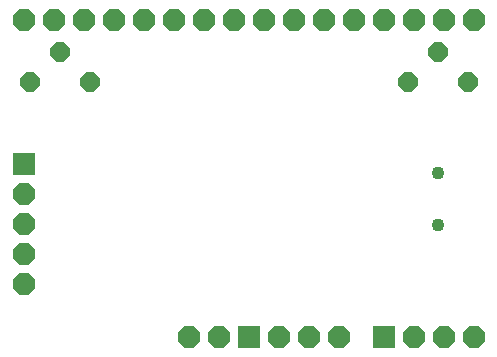
<source format=gbs>
G75*
G70*
%OFA0B0*%
%FSLAX24Y24*%
%IPPOS*%
%LPD*%
%AMOC8*
5,1,8,0,0,1.08239X$1,22.5*
%
%ADD10C,0.0434*%
%ADD11OC8,0.0720*%
%ADD12OC8,0.0640*%
%ADD13R,0.0720X0.0720*%
D10*
X014986Y004645D03*
X014986Y006377D03*
D11*
X001161Y002661D03*
X001161Y003661D03*
X001161Y004661D03*
X001161Y005661D03*
X006661Y000911D03*
X007661Y000911D03*
X009661Y000911D03*
X010661Y000911D03*
X011661Y000911D03*
X014161Y000911D03*
X015161Y000911D03*
X016161Y000911D03*
X016161Y011461D03*
X015161Y011461D03*
X014161Y011461D03*
X013161Y011461D03*
X012161Y011461D03*
X011161Y011461D03*
X010161Y011461D03*
X009161Y011461D03*
X008161Y011461D03*
X007161Y011461D03*
X006161Y011461D03*
X005161Y011461D03*
X004161Y011461D03*
X003161Y011461D03*
X002161Y011461D03*
X001161Y011461D03*
D12*
X002361Y010411D03*
X001361Y009411D03*
X003361Y009411D03*
X013961Y009411D03*
X014961Y010411D03*
X015961Y009411D03*
D13*
X013161Y000911D03*
X008661Y000911D03*
X001161Y006661D03*
M02*

</source>
